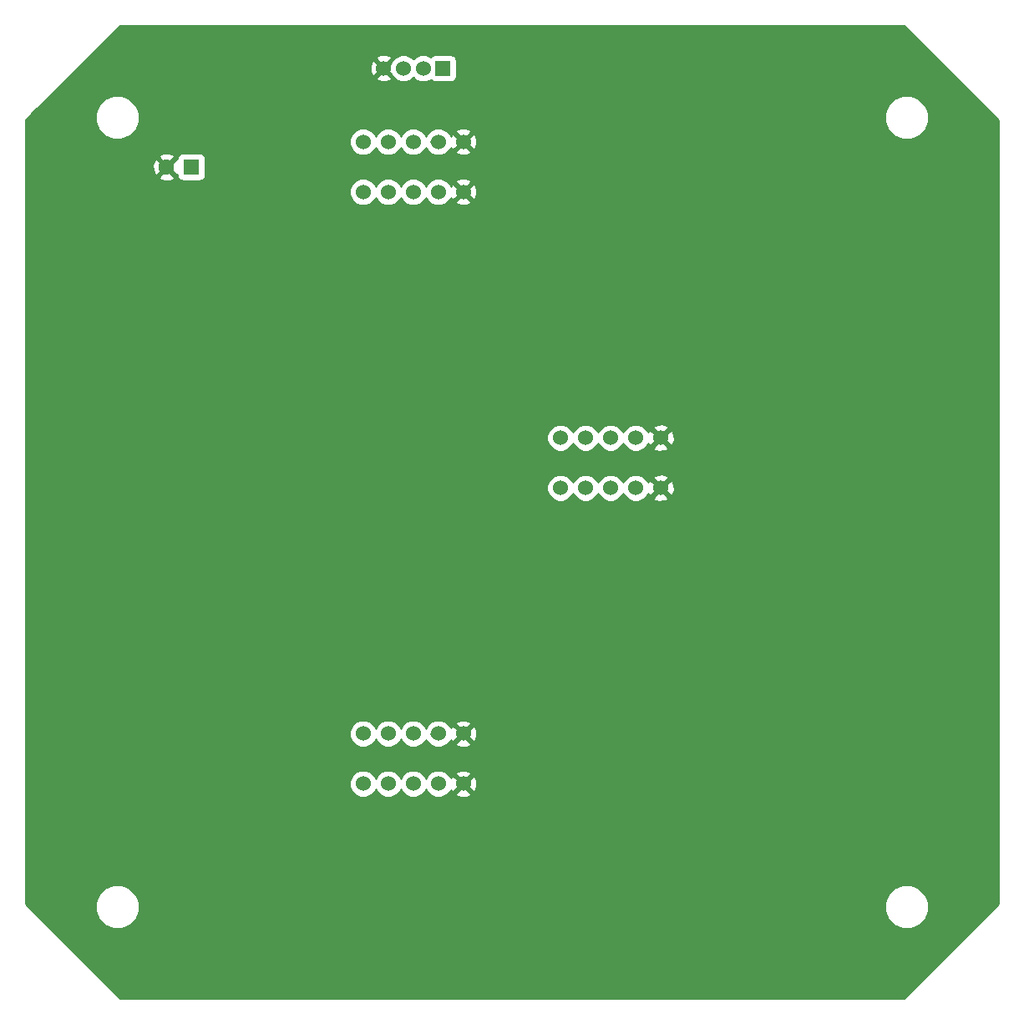
<source format=gbl>
G04 #@! TF.GenerationSoftware,KiCad,Pcbnew,(5.0.2)-1*
G04 #@! TF.CreationDate,2019-11-10T22:05:31+09:00*
G04 #@! TF.ProjectId,Base,42617365-2e6b-4696-9361-645f70636258,rev?*
G04 #@! TF.SameCoordinates,Original*
G04 #@! TF.FileFunction,Copper,L2,Bot*
G04 #@! TF.FilePolarity,Positive*
%FSLAX46Y46*%
G04 Gerber Fmt 4.6, Leading zero omitted, Abs format (unit mm)*
G04 Created by KiCad (PCBNEW (5.0.2)-1) date 2019/11/10 22:05:31*
%MOMM*%
%LPD*%
G01*
G04 APERTURE LIST*
G04 #@! TA.AperFunction,ComponentPad*
%ADD10C,1.524000*%
G04 #@! TD*
G04 #@! TA.AperFunction,ComponentPad*
%ADD11R,1.600000X1.600000*%
G04 #@! TD*
G04 #@! TA.AperFunction,ComponentPad*
%ADD12C,1.600000*%
G04 #@! TD*
G04 #@! TA.AperFunction,ComponentPad*
%ADD13R,1.524000X1.524000*%
G04 #@! TD*
G04 #@! TA.AperFunction,ViaPad*
%ADD14C,0.800000*%
G04 #@! TD*
G04 #@! TA.AperFunction,Conductor*
%ADD15C,0.500000*%
G04 #@! TD*
G04 #@! TA.AperFunction,Conductor*
%ADD16C,0.250000*%
G04 #@! TD*
G04 #@! TA.AperFunction,Conductor*
%ADD17C,0.254000*%
G04 #@! TD*
G04 APERTURE END LIST*
D10*
G04 #@! TO.P,J4,1*
G04 #@! TO.N,+5V*
X114920000Y-127460000D03*
G04 #@! TO.P,J4,2*
G04 #@! TO.N,SDA*
X117460000Y-127460000D03*
G04 #@! TO.P,J4,3*
G04 #@! TO.N,SCL*
X120000000Y-127460000D03*
G04 #@! TO.P,J4,4*
G04 #@! TO.N,Net-(J4-Pad4)*
X122540000Y-127460000D03*
G04 #@! TO.P,J4,5*
G04 #@! TO.N,GND*
X125080000Y-127460000D03*
G04 #@! TO.P,J4,1*
G04 #@! TO.N,+5V*
X114920000Y-132540000D03*
G04 #@! TO.P,J4,2*
G04 #@! TO.N,SDA*
X117460000Y-132540000D03*
G04 #@! TO.P,J4,3*
G04 #@! TO.N,SCL*
X120000000Y-132540000D03*
G04 #@! TO.P,J4,4*
G04 #@! TO.N,Net-(J4-Pad4)*
X122540000Y-132540000D03*
G04 #@! TO.P,J4,5*
G04 #@! TO.N,GND*
X125080000Y-132540000D03*
G04 #@! TD*
D11*
G04 #@! TO.P,C1,1*
G04 #@! TO.N,+5V*
X97500000Y-70000000D03*
D12*
G04 #@! TO.P,C1,2*
G04 #@! TO.N,GND*
X95000000Y-70000000D03*
G04 #@! TD*
D13*
G04 #@! TO.P,J1,1*
G04 #@! TO.N,SCL*
X123000000Y-60000000D03*
D10*
G04 #@! TO.P,J1,2*
G04 #@! TO.N,SDA*
X121000000Y-60000000D03*
G04 #@! TO.P,J1,3*
G04 #@! TO.N,+5V*
X119000000Y-60000000D03*
G04 #@! TO.P,J1,4*
G04 #@! TO.N,GND*
X117000000Y-60000000D03*
G04 #@! TD*
G04 #@! TO.P,J3,5*
G04 #@! TO.N,GND*
X145080000Y-102540000D03*
G04 #@! TO.P,J3,4*
G04 #@! TO.N,Net-(J3-Pad4)*
X142540000Y-102540000D03*
G04 #@! TO.P,J3,3*
G04 #@! TO.N,SCL*
X140000000Y-102540000D03*
G04 #@! TO.P,J3,2*
G04 #@! TO.N,SDA*
X137460000Y-102540000D03*
G04 #@! TO.P,J3,1*
G04 #@! TO.N,+5V*
X134920000Y-102540000D03*
G04 #@! TO.P,J3,5*
G04 #@! TO.N,GND*
X145080000Y-97460000D03*
G04 #@! TO.P,J3,4*
G04 #@! TO.N,Net-(J3-Pad4)*
X142540000Y-97460000D03*
G04 #@! TO.P,J3,3*
G04 #@! TO.N,SCL*
X140000000Y-97460000D03*
G04 #@! TO.P,J3,2*
G04 #@! TO.N,SDA*
X137460000Y-97460000D03*
G04 #@! TO.P,J3,1*
G04 #@! TO.N,+5V*
X134920000Y-97460000D03*
G04 #@! TD*
G04 #@! TO.P,J2,1*
G04 #@! TO.N,+5V*
X114920000Y-67460000D03*
G04 #@! TO.P,J2,2*
G04 #@! TO.N,SDA*
X117460000Y-67460000D03*
G04 #@! TO.P,J2,3*
G04 #@! TO.N,SCL*
X120000000Y-67460000D03*
G04 #@! TO.P,J2,4*
G04 #@! TO.N,Net-(J2-Pad4)*
X122540000Y-67460000D03*
G04 #@! TO.P,J2,5*
G04 #@! TO.N,GND*
X125080000Y-67460000D03*
G04 #@! TO.P,J2,1*
G04 #@! TO.N,+5V*
X114920000Y-72540000D03*
G04 #@! TO.P,J2,2*
G04 #@! TO.N,SDA*
X117460000Y-72540000D03*
G04 #@! TO.P,J2,3*
G04 #@! TO.N,SCL*
X120000000Y-72540000D03*
G04 #@! TO.P,J2,4*
G04 #@! TO.N,Net-(J2-Pad4)*
X122540000Y-72540000D03*
G04 #@! TO.P,J2,5*
G04 #@! TO.N,GND*
X125080000Y-72540000D03*
G04 #@! TD*
D14*
G04 #@! TO.N,GND*
X130000000Y-145000000D03*
X110000000Y-145000000D03*
X150000000Y-145000000D03*
X170000000Y-125000000D03*
X150000000Y-125000000D03*
X110000000Y-125000000D03*
X90000000Y-125000000D03*
X90000000Y-105000000D03*
X110000000Y-105000000D03*
X110000000Y-85000000D03*
X90000000Y-85000000D03*
X130000000Y-125000000D03*
X150000000Y-105000000D03*
X130000000Y-105000000D03*
X170000000Y-105000000D03*
X170000000Y-85000000D03*
X150000000Y-85000000D03*
X130000000Y-65000000D03*
X150000000Y-65000000D03*
X110000000Y-65000000D03*
G04 #@! TD*
D15*
G04 #@! TO.N,SDA*
X117500000Y-127750000D02*
X117957000Y-127500000D01*
X117957000Y-127500000D02*
X117957000Y-127500000D01*
X117957000Y-127503000D02*
X117500000Y-127750000D01*
D16*
X117957000Y-127457000D02*
X117957000Y-127500000D01*
D15*
X118000000Y-127500000D02*
X117957000Y-127457000D01*
G04 #@! TO.N,Net-(J2-Pad4)*
X122000000Y-67500000D02*
X122500000Y-67750000D01*
X122500000Y-67750000D02*
X122000000Y-67501000D01*
X122250000Y-67750000D02*
X122500000Y-67750000D01*
G04 #@! TO.N,Net-(J4-Pad4)*
X121957000Y-127500000D02*
X122500000Y-127750000D01*
D16*
X121957000Y-127500000D02*
X121978500Y-127478500D01*
D15*
X122500000Y-127750000D02*
X121957000Y-127503000D01*
X121978500Y-127478500D02*
X122000000Y-127500000D01*
G04 #@! TD*
D17*
G04 #@! TO.N,GND*
G36*
X179290001Y-65294093D02*
X179290000Y-144705908D01*
X169705910Y-154290000D01*
X90294092Y-154290000D01*
X80710000Y-144705910D01*
X80710000Y-144555431D01*
X87765000Y-144555431D01*
X87765000Y-145444569D01*
X88105259Y-146266026D01*
X88733974Y-146894741D01*
X89555431Y-147235000D01*
X90444569Y-147235000D01*
X91266026Y-146894741D01*
X91894741Y-146266026D01*
X92235000Y-145444569D01*
X92235000Y-144555431D01*
X167765000Y-144555431D01*
X167765000Y-145444569D01*
X168105259Y-146266026D01*
X168733974Y-146894741D01*
X169555431Y-147235000D01*
X170444569Y-147235000D01*
X171266026Y-146894741D01*
X171894741Y-146266026D01*
X172235000Y-145444569D01*
X172235000Y-144555431D01*
X171894741Y-143733974D01*
X171266026Y-143105259D01*
X170444569Y-142765000D01*
X169555431Y-142765000D01*
X168733974Y-143105259D01*
X168105259Y-143733974D01*
X167765000Y-144555431D01*
X92235000Y-144555431D01*
X91894741Y-143733974D01*
X91266026Y-143105259D01*
X90444569Y-142765000D01*
X89555431Y-142765000D01*
X88733974Y-143105259D01*
X88105259Y-143733974D01*
X87765000Y-144555431D01*
X80710000Y-144555431D01*
X80710000Y-132262119D01*
X113523000Y-132262119D01*
X113523000Y-132817881D01*
X113735680Y-133331337D01*
X114128663Y-133724320D01*
X114642119Y-133937000D01*
X115197881Y-133937000D01*
X115711337Y-133724320D01*
X116104320Y-133331337D01*
X116190000Y-133124487D01*
X116275680Y-133331337D01*
X116668663Y-133724320D01*
X117182119Y-133937000D01*
X117737881Y-133937000D01*
X118251337Y-133724320D01*
X118644320Y-133331337D01*
X118730000Y-133124487D01*
X118815680Y-133331337D01*
X119208663Y-133724320D01*
X119722119Y-133937000D01*
X120277881Y-133937000D01*
X120791337Y-133724320D01*
X121184320Y-133331337D01*
X121270000Y-133124487D01*
X121355680Y-133331337D01*
X121748663Y-133724320D01*
X122262119Y-133937000D01*
X122817881Y-133937000D01*
X123331337Y-133724320D01*
X123535444Y-133520213D01*
X124279392Y-133520213D01*
X124348857Y-133762397D01*
X124872302Y-133949144D01*
X125427368Y-133921362D01*
X125811143Y-133762397D01*
X125880608Y-133520213D01*
X125080000Y-132719605D01*
X124279392Y-133520213D01*
X123535444Y-133520213D01*
X123724320Y-133331337D01*
X123803428Y-133140353D01*
X123857603Y-133271143D01*
X124099787Y-133340608D01*
X124900395Y-132540000D01*
X125259605Y-132540000D01*
X126060213Y-133340608D01*
X126302397Y-133271143D01*
X126489144Y-132747698D01*
X126461362Y-132192632D01*
X126302397Y-131808857D01*
X126060213Y-131739392D01*
X125259605Y-132540000D01*
X124900395Y-132540000D01*
X124099787Y-131739392D01*
X123857603Y-131808857D01*
X123807465Y-131949393D01*
X123724320Y-131748663D01*
X123535444Y-131559787D01*
X124279392Y-131559787D01*
X125080000Y-132360395D01*
X125880608Y-131559787D01*
X125811143Y-131317603D01*
X125287698Y-131130856D01*
X124732632Y-131158638D01*
X124348857Y-131317603D01*
X124279392Y-131559787D01*
X123535444Y-131559787D01*
X123331337Y-131355680D01*
X122817881Y-131143000D01*
X122262119Y-131143000D01*
X121748663Y-131355680D01*
X121355680Y-131748663D01*
X121270000Y-131955513D01*
X121184320Y-131748663D01*
X120791337Y-131355680D01*
X120277881Y-131143000D01*
X119722119Y-131143000D01*
X119208663Y-131355680D01*
X118815680Y-131748663D01*
X118730000Y-131955513D01*
X118644320Y-131748663D01*
X118251337Y-131355680D01*
X117737881Y-131143000D01*
X117182119Y-131143000D01*
X116668663Y-131355680D01*
X116275680Y-131748663D01*
X116190000Y-131955513D01*
X116104320Y-131748663D01*
X115711337Y-131355680D01*
X115197881Y-131143000D01*
X114642119Y-131143000D01*
X114128663Y-131355680D01*
X113735680Y-131748663D01*
X113523000Y-132262119D01*
X80710000Y-132262119D01*
X80710000Y-127182119D01*
X113523000Y-127182119D01*
X113523000Y-127737881D01*
X113735680Y-128251337D01*
X114128663Y-128644320D01*
X114642119Y-128857000D01*
X115197881Y-128857000D01*
X115711337Y-128644320D01*
X116104320Y-128251337D01*
X116190000Y-128044487D01*
X116275680Y-128251337D01*
X116668663Y-128644320D01*
X117182119Y-128857000D01*
X117737881Y-128857000D01*
X118251337Y-128644320D01*
X118644320Y-128251337D01*
X118730000Y-128044487D01*
X118815680Y-128251337D01*
X119208663Y-128644320D01*
X119722119Y-128857000D01*
X120277881Y-128857000D01*
X120791337Y-128644320D01*
X121184320Y-128251337D01*
X121262553Y-128062465D01*
X121297503Y-128118855D01*
X121302204Y-128122234D01*
X121355680Y-128251337D01*
X121748663Y-128644320D01*
X122262119Y-128857000D01*
X122817881Y-128857000D01*
X123331337Y-128644320D01*
X123535444Y-128440213D01*
X124279392Y-128440213D01*
X124348857Y-128682397D01*
X124872302Y-128869144D01*
X125427368Y-128841362D01*
X125811143Y-128682397D01*
X125880608Y-128440213D01*
X125080000Y-127639605D01*
X124279392Y-128440213D01*
X123535444Y-128440213D01*
X123724320Y-128251337D01*
X123803428Y-128060353D01*
X123857603Y-128191143D01*
X124099787Y-128260608D01*
X124900395Y-127460000D01*
X125259605Y-127460000D01*
X126060213Y-128260608D01*
X126302397Y-128191143D01*
X126489144Y-127667698D01*
X126461362Y-127112632D01*
X126302397Y-126728857D01*
X126060213Y-126659392D01*
X125259605Y-127460000D01*
X124900395Y-127460000D01*
X124099787Y-126659392D01*
X123857603Y-126728857D01*
X123807465Y-126869393D01*
X123724320Y-126668663D01*
X123535444Y-126479787D01*
X124279392Y-126479787D01*
X125080000Y-127280395D01*
X125880608Y-126479787D01*
X125811143Y-126237603D01*
X125287698Y-126050856D01*
X124732632Y-126078638D01*
X124348857Y-126237603D01*
X124279392Y-126479787D01*
X123535444Y-126479787D01*
X123331337Y-126275680D01*
X122817881Y-126063000D01*
X122262119Y-126063000D01*
X121748663Y-126275680D01*
X121355680Y-126668663D01*
X121270000Y-126875513D01*
X121184320Y-126668663D01*
X120791337Y-126275680D01*
X120277881Y-126063000D01*
X119722119Y-126063000D01*
X119208663Y-126275680D01*
X118815680Y-126668663D01*
X118730000Y-126875513D01*
X118644320Y-126668663D01*
X118251337Y-126275680D01*
X117737881Y-126063000D01*
X117182119Y-126063000D01*
X116668663Y-126275680D01*
X116275680Y-126668663D01*
X116190000Y-126875513D01*
X116104320Y-126668663D01*
X115711337Y-126275680D01*
X115197881Y-126063000D01*
X114642119Y-126063000D01*
X114128663Y-126275680D01*
X113735680Y-126668663D01*
X113523000Y-127182119D01*
X80710000Y-127182119D01*
X80710000Y-102262119D01*
X133523000Y-102262119D01*
X133523000Y-102817881D01*
X133735680Y-103331337D01*
X134128663Y-103724320D01*
X134642119Y-103937000D01*
X135197881Y-103937000D01*
X135711337Y-103724320D01*
X136104320Y-103331337D01*
X136190000Y-103124487D01*
X136275680Y-103331337D01*
X136668663Y-103724320D01*
X137182119Y-103937000D01*
X137737881Y-103937000D01*
X138251337Y-103724320D01*
X138644320Y-103331337D01*
X138730000Y-103124487D01*
X138815680Y-103331337D01*
X139208663Y-103724320D01*
X139722119Y-103937000D01*
X140277881Y-103937000D01*
X140791337Y-103724320D01*
X141184320Y-103331337D01*
X141270000Y-103124487D01*
X141355680Y-103331337D01*
X141748663Y-103724320D01*
X142262119Y-103937000D01*
X142817881Y-103937000D01*
X143331337Y-103724320D01*
X143535444Y-103520213D01*
X144279392Y-103520213D01*
X144348857Y-103762397D01*
X144872302Y-103949144D01*
X145427368Y-103921362D01*
X145811143Y-103762397D01*
X145880608Y-103520213D01*
X145080000Y-102719605D01*
X144279392Y-103520213D01*
X143535444Y-103520213D01*
X143724320Y-103331337D01*
X143803428Y-103140353D01*
X143857603Y-103271143D01*
X144099787Y-103340608D01*
X144900395Y-102540000D01*
X145259605Y-102540000D01*
X146060213Y-103340608D01*
X146302397Y-103271143D01*
X146489144Y-102747698D01*
X146461362Y-102192632D01*
X146302397Y-101808857D01*
X146060213Y-101739392D01*
X145259605Y-102540000D01*
X144900395Y-102540000D01*
X144099787Y-101739392D01*
X143857603Y-101808857D01*
X143807465Y-101949393D01*
X143724320Y-101748663D01*
X143535444Y-101559787D01*
X144279392Y-101559787D01*
X145080000Y-102360395D01*
X145880608Y-101559787D01*
X145811143Y-101317603D01*
X145287698Y-101130856D01*
X144732632Y-101158638D01*
X144348857Y-101317603D01*
X144279392Y-101559787D01*
X143535444Y-101559787D01*
X143331337Y-101355680D01*
X142817881Y-101143000D01*
X142262119Y-101143000D01*
X141748663Y-101355680D01*
X141355680Y-101748663D01*
X141270000Y-101955513D01*
X141184320Y-101748663D01*
X140791337Y-101355680D01*
X140277881Y-101143000D01*
X139722119Y-101143000D01*
X139208663Y-101355680D01*
X138815680Y-101748663D01*
X138730000Y-101955513D01*
X138644320Y-101748663D01*
X138251337Y-101355680D01*
X137737881Y-101143000D01*
X137182119Y-101143000D01*
X136668663Y-101355680D01*
X136275680Y-101748663D01*
X136190000Y-101955513D01*
X136104320Y-101748663D01*
X135711337Y-101355680D01*
X135197881Y-101143000D01*
X134642119Y-101143000D01*
X134128663Y-101355680D01*
X133735680Y-101748663D01*
X133523000Y-102262119D01*
X80710000Y-102262119D01*
X80710000Y-97182119D01*
X133523000Y-97182119D01*
X133523000Y-97737881D01*
X133735680Y-98251337D01*
X134128663Y-98644320D01*
X134642119Y-98857000D01*
X135197881Y-98857000D01*
X135711337Y-98644320D01*
X136104320Y-98251337D01*
X136190000Y-98044487D01*
X136275680Y-98251337D01*
X136668663Y-98644320D01*
X137182119Y-98857000D01*
X137737881Y-98857000D01*
X138251337Y-98644320D01*
X138644320Y-98251337D01*
X138730000Y-98044487D01*
X138815680Y-98251337D01*
X139208663Y-98644320D01*
X139722119Y-98857000D01*
X140277881Y-98857000D01*
X140791337Y-98644320D01*
X141184320Y-98251337D01*
X141270000Y-98044487D01*
X141355680Y-98251337D01*
X141748663Y-98644320D01*
X142262119Y-98857000D01*
X142817881Y-98857000D01*
X143331337Y-98644320D01*
X143535444Y-98440213D01*
X144279392Y-98440213D01*
X144348857Y-98682397D01*
X144872302Y-98869144D01*
X145427368Y-98841362D01*
X145811143Y-98682397D01*
X145880608Y-98440213D01*
X145080000Y-97639605D01*
X144279392Y-98440213D01*
X143535444Y-98440213D01*
X143724320Y-98251337D01*
X143803428Y-98060353D01*
X143857603Y-98191143D01*
X144099787Y-98260608D01*
X144900395Y-97460000D01*
X145259605Y-97460000D01*
X146060213Y-98260608D01*
X146302397Y-98191143D01*
X146489144Y-97667698D01*
X146461362Y-97112632D01*
X146302397Y-96728857D01*
X146060213Y-96659392D01*
X145259605Y-97460000D01*
X144900395Y-97460000D01*
X144099787Y-96659392D01*
X143857603Y-96728857D01*
X143807465Y-96869393D01*
X143724320Y-96668663D01*
X143535444Y-96479787D01*
X144279392Y-96479787D01*
X145080000Y-97280395D01*
X145880608Y-96479787D01*
X145811143Y-96237603D01*
X145287698Y-96050856D01*
X144732632Y-96078638D01*
X144348857Y-96237603D01*
X144279392Y-96479787D01*
X143535444Y-96479787D01*
X143331337Y-96275680D01*
X142817881Y-96063000D01*
X142262119Y-96063000D01*
X141748663Y-96275680D01*
X141355680Y-96668663D01*
X141270000Y-96875513D01*
X141184320Y-96668663D01*
X140791337Y-96275680D01*
X140277881Y-96063000D01*
X139722119Y-96063000D01*
X139208663Y-96275680D01*
X138815680Y-96668663D01*
X138730000Y-96875513D01*
X138644320Y-96668663D01*
X138251337Y-96275680D01*
X137737881Y-96063000D01*
X137182119Y-96063000D01*
X136668663Y-96275680D01*
X136275680Y-96668663D01*
X136190000Y-96875513D01*
X136104320Y-96668663D01*
X135711337Y-96275680D01*
X135197881Y-96063000D01*
X134642119Y-96063000D01*
X134128663Y-96275680D01*
X133735680Y-96668663D01*
X133523000Y-97182119D01*
X80710000Y-97182119D01*
X80710000Y-72262119D01*
X113523000Y-72262119D01*
X113523000Y-72817881D01*
X113735680Y-73331337D01*
X114128663Y-73724320D01*
X114642119Y-73937000D01*
X115197881Y-73937000D01*
X115711337Y-73724320D01*
X116104320Y-73331337D01*
X116190000Y-73124487D01*
X116275680Y-73331337D01*
X116668663Y-73724320D01*
X117182119Y-73937000D01*
X117737881Y-73937000D01*
X118251337Y-73724320D01*
X118644320Y-73331337D01*
X118730000Y-73124487D01*
X118815680Y-73331337D01*
X119208663Y-73724320D01*
X119722119Y-73937000D01*
X120277881Y-73937000D01*
X120791337Y-73724320D01*
X121184320Y-73331337D01*
X121270000Y-73124487D01*
X121355680Y-73331337D01*
X121748663Y-73724320D01*
X122262119Y-73937000D01*
X122817881Y-73937000D01*
X123331337Y-73724320D01*
X123535444Y-73520213D01*
X124279392Y-73520213D01*
X124348857Y-73762397D01*
X124872302Y-73949144D01*
X125427368Y-73921362D01*
X125811143Y-73762397D01*
X125880608Y-73520213D01*
X125080000Y-72719605D01*
X124279392Y-73520213D01*
X123535444Y-73520213D01*
X123724320Y-73331337D01*
X123803428Y-73140353D01*
X123857603Y-73271143D01*
X124099787Y-73340608D01*
X124900395Y-72540000D01*
X125259605Y-72540000D01*
X126060213Y-73340608D01*
X126302397Y-73271143D01*
X126489144Y-72747698D01*
X126461362Y-72192632D01*
X126302397Y-71808857D01*
X126060213Y-71739392D01*
X125259605Y-72540000D01*
X124900395Y-72540000D01*
X124099787Y-71739392D01*
X123857603Y-71808857D01*
X123807465Y-71949393D01*
X123724320Y-71748663D01*
X123535444Y-71559787D01*
X124279392Y-71559787D01*
X125080000Y-72360395D01*
X125880608Y-71559787D01*
X125811143Y-71317603D01*
X125287698Y-71130856D01*
X124732632Y-71158638D01*
X124348857Y-71317603D01*
X124279392Y-71559787D01*
X123535444Y-71559787D01*
X123331337Y-71355680D01*
X122817881Y-71143000D01*
X122262119Y-71143000D01*
X121748663Y-71355680D01*
X121355680Y-71748663D01*
X121270000Y-71955513D01*
X121184320Y-71748663D01*
X120791337Y-71355680D01*
X120277881Y-71143000D01*
X119722119Y-71143000D01*
X119208663Y-71355680D01*
X118815680Y-71748663D01*
X118730000Y-71955513D01*
X118644320Y-71748663D01*
X118251337Y-71355680D01*
X117737881Y-71143000D01*
X117182119Y-71143000D01*
X116668663Y-71355680D01*
X116275680Y-71748663D01*
X116190000Y-71955513D01*
X116104320Y-71748663D01*
X115711337Y-71355680D01*
X115197881Y-71143000D01*
X114642119Y-71143000D01*
X114128663Y-71355680D01*
X113735680Y-71748663D01*
X113523000Y-72262119D01*
X80710000Y-72262119D01*
X80710000Y-71007745D01*
X94171861Y-71007745D01*
X94245995Y-71253864D01*
X94783223Y-71446965D01*
X95353454Y-71419778D01*
X95754005Y-71253864D01*
X95828139Y-71007745D01*
X95000000Y-70179605D01*
X94171861Y-71007745D01*
X80710000Y-71007745D01*
X80710000Y-69783223D01*
X93553035Y-69783223D01*
X93580222Y-70353454D01*
X93746136Y-70754005D01*
X93992255Y-70828139D01*
X94820395Y-70000000D01*
X95179605Y-70000000D01*
X96007745Y-70828139D01*
X96055307Y-70813813D01*
X96101843Y-71047765D01*
X96242191Y-71257809D01*
X96452235Y-71398157D01*
X96700000Y-71447440D01*
X98300000Y-71447440D01*
X98547765Y-71398157D01*
X98757809Y-71257809D01*
X98898157Y-71047765D01*
X98947440Y-70800000D01*
X98947440Y-69200000D01*
X98898157Y-68952235D01*
X98757809Y-68742191D01*
X98547765Y-68601843D01*
X98300000Y-68552560D01*
X96700000Y-68552560D01*
X96452235Y-68601843D01*
X96242191Y-68742191D01*
X96101843Y-68952235D01*
X96055307Y-69186187D01*
X96007745Y-69171861D01*
X95179605Y-70000000D01*
X94820395Y-70000000D01*
X93992255Y-69171861D01*
X93746136Y-69245995D01*
X93553035Y-69783223D01*
X80710000Y-69783223D01*
X80710000Y-68992255D01*
X94171861Y-68992255D01*
X95000000Y-69820395D01*
X95828139Y-68992255D01*
X95754005Y-68746136D01*
X95216777Y-68553035D01*
X94646546Y-68580222D01*
X94245995Y-68746136D01*
X94171861Y-68992255D01*
X80710000Y-68992255D01*
X80710000Y-65294090D01*
X81448659Y-64555431D01*
X87765000Y-64555431D01*
X87765000Y-65444569D01*
X88105259Y-66266026D01*
X88733974Y-66894741D01*
X89555431Y-67235000D01*
X90444569Y-67235000D01*
X90572234Y-67182119D01*
X113523000Y-67182119D01*
X113523000Y-67737881D01*
X113735680Y-68251337D01*
X114128663Y-68644320D01*
X114642119Y-68857000D01*
X115197881Y-68857000D01*
X115711337Y-68644320D01*
X116104320Y-68251337D01*
X116190000Y-68044487D01*
X116275680Y-68251337D01*
X116668663Y-68644320D01*
X117182119Y-68857000D01*
X117737881Y-68857000D01*
X118251337Y-68644320D01*
X118644320Y-68251337D01*
X118730000Y-68044487D01*
X118815680Y-68251337D01*
X119208663Y-68644320D01*
X119722119Y-68857000D01*
X120277881Y-68857000D01*
X120791337Y-68644320D01*
X121184320Y-68251337D01*
X121270000Y-68044487D01*
X121355680Y-68251337D01*
X121748663Y-68644320D01*
X122262119Y-68857000D01*
X122817881Y-68857000D01*
X123331337Y-68644320D01*
X123535444Y-68440213D01*
X124279392Y-68440213D01*
X124348857Y-68682397D01*
X124872302Y-68869144D01*
X125427368Y-68841362D01*
X125811143Y-68682397D01*
X125880608Y-68440213D01*
X125080000Y-67639605D01*
X124279392Y-68440213D01*
X123535444Y-68440213D01*
X123724320Y-68251337D01*
X123803428Y-68060353D01*
X123857603Y-68191143D01*
X124099787Y-68260608D01*
X124900395Y-67460000D01*
X125259605Y-67460000D01*
X126060213Y-68260608D01*
X126302397Y-68191143D01*
X126489144Y-67667698D01*
X126461362Y-67112632D01*
X126302397Y-66728857D01*
X126060213Y-66659392D01*
X125259605Y-67460000D01*
X124900395Y-67460000D01*
X124099787Y-66659392D01*
X123857603Y-66728857D01*
X123807465Y-66869393D01*
X123724320Y-66668663D01*
X123535444Y-66479787D01*
X124279392Y-66479787D01*
X125080000Y-67280395D01*
X125880608Y-66479787D01*
X125811143Y-66237603D01*
X125287698Y-66050856D01*
X124732632Y-66078638D01*
X124348857Y-66237603D01*
X124279392Y-66479787D01*
X123535444Y-66479787D01*
X123331337Y-66275680D01*
X122817881Y-66063000D01*
X122262119Y-66063000D01*
X121748663Y-66275680D01*
X121355680Y-66668663D01*
X121270000Y-66875513D01*
X121184320Y-66668663D01*
X120791337Y-66275680D01*
X120277881Y-66063000D01*
X119722119Y-66063000D01*
X119208663Y-66275680D01*
X118815680Y-66668663D01*
X118730000Y-66875513D01*
X118644320Y-66668663D01*
X118251337Y-66275680D01*
X117737881Y-66063000D01*
X117182119Y-66063000D01*
X116668663Y-66275680D01*
X116275680Y-66668663D01*
X116190000Y-66875513D01*
X116104320Y-66668663D01*
X115711337Y-66275680D01*
X115197881Y-66063000D01*
X114642119Y-66063000D01*
X114128663Y-66275680D01*
X113735680Y-66668663D01*
X113523000Y-67182119D01*
X90572234Y-67182119D01*
X91266026Y-66894741D01*
X91894741Y-66266026D01*
X92235000Y-65444569D01*
X92235000Y-64555431D01*
X167765000Y-64555431D01*
X167765000Y-65444569D01*
X168105259Y-66266026D01*
X168733974Y-66894741D01*
X169555431Y-67235000D01*
X170444569Y-67235000D01*
X171266026Y-66894741D01*
X171894741Y-66266026D01*
X172235000Y-65444569D01*
X172235000Y-64555431D01*
X171894741Y-63733974D01*
X171266026Y-63105259D01*
X170444569Y-62765000D01*
X169555431Y-62765000D01*
X168733974Y-63105259D01*
X168105259Y-63733974D01*
X167765000Y-64555431D01*
X92235000Y-64555431D01*
X91894741Y-63733974D01*
X91266026Y-63105259D01*
X90444569Y-62765000D01*
X89555431Y-62765000D01*
X88733974Y-63105259D01*
X88105259Y-63733974D01*
X87765000Y-64555431D01*
X81448659Y-64555431D01*
X85023877Y-60980213D01*
X116199392Y-60980213D01*
X116268857Y-61222397D01*
X116792302Y-61409144D01*
X117347368Y-61381362D01*
X117731143Y-61222397D01*
X117800608Y-60980213D01*
X117000000Y-60179605D01*
X116199392Y-60980213D01*
X85023877Y-60980213D01*
X86211789Y-59792302D01*
X115590856Y-59792302D01*
X115618638Y-60347368D01*
X115777603Y-60731143D01*
X116019787Y-60800608D01*
X116820395Y-60000000D01*
X117179605Y-60000000D01*
X117705894Y-60526289D01*
X117815680Y-60791337D01*
X118208663Y-61184320D01*
X118722119Y-61397000D01*
X119277881Y-61397000D01*
X119791337Y-61184320D01*
X120000000Y-60975657D01*
X120208663Y-61184320D01*
X120722119Y-61397000D01*
X121277881Y-61397000D01*
X121764034Y-61195629D01*
X121780191Y-61219809D01*
X121990235Y-61360157D01*
X122238000Y-61409440D01*
X123762000Y-61409440D01*
X124009765Y-61360157D01*
X124219809Y-61219809D01*
X124360157Y-61009765D01*
X124409440Y-60762000D01*
X124409440Y-59238000D01*
X124360157Y-58990235D01*
X124219809Y-58780191D01*
X124009765Y-58639843D01*
X123762000Y-58590560D01*
X122238000Y-58590560D01*
X121990235Y-58639843D01*
X121780191Y-58780191D01*
X121764034Y-58804371D01*
X121277881Y-58603000D01*
X120722119Y-58603000D01*
X120208663Y-58815680D01*
X120000000Y-59024343D01*
X119791337Y-58815680D01*
X119277881Y-58603000D01*
X118722119Y-58603000D01*
X118208663Y-58815680D01*
X117815680Y-59208663D01*
X117705894Y-59473711D01*
X117179605Y-60000000D01*
X116820395Y-60000000D01*
X116019787Y-59199392D01*
X115777603Y-59268857D01*
X115590856Y-59792302D01*
X86211789Y-59792302D01*
X86984304Y-59019787D01*
X116199392Y-59019787D01*
X117000000Y-59820395D01*
X117800608Y-59019787D01*
X117731143Y-58777603D01*
X117207698Y-58590856D01*
X116652632Y-58618638D01*
X116268857Y-58777603D01*
X116199392Y-59019787D01*
X86984304Y-59019787D01*
X90294092Y-55710000D01*
X169705910Y-55710000D01*
X179290001Y-65294093D01*
X179290001Y-65294093D01*
G37*
X179290001Y-65294093D02*
X179290000Y-144705908D01*
X169705910Y-154290000D01*
X90294092Y-154290000D01*
X80710000Y-144705910D01*
X80710000Y-144555431D01*
X87765000Y-144555431D01*
X87765000Y-145444569D01*
X88105259Y-146266026D01*
X88733974Y-146894741D01*
X89555431Y-147235000D01*
X90444569Y-147235000D01*
X91266026Y-146894741D01*
X91894741Y-146266026D01*
X92235000Y-145444569D01*
X92235000Y-144555431D01*
X167765000Y-144555431D01*
X167765000Y-145444569D01*
X168105259Y-146266026D01*
X168733974Y-146894741D01*
X169555431Y-147235000D01*
X170444569Y-147235000D01*
X171266026Y-146894741D01*
X171894741Y-146266026D01*
X172235000Y-145444569D01*
X172235000Y-144555431D01*
X171894741Y-143733974D01*
X171266026Y-143105259D01*
X170444569Y-142765000D01*
X169555431Y-142765000D01*
X168733974Y-143105259D01*
X168105259Y-143733974D01*
X167765000Y-144555431D01*
X92235000Y-144555431D01*
X91894741Y-143733974D01*
X91266026Y-143105259D01*
X90444569Y-142765000D01*
X89555431Y-142765000D01*
X88733974Y-143105259D01*
X88105259Y-143733974D01*
X87765000Y-144555431D01*
X80710000Y-144555431D01*
X80710000Y-132262119D01*
X113523000Y-132262119D01*
X113523000Y-132817881D01*
X113735680Y-133331337D01*
X114128663Y-133724320D01*
X114642119Y-133937000D01*
X115197881Y-133937000D01*
X115711337Y-133724320D01*
X116104320Y-133331337D01*
X116190000Y-133124487D01*
X116275680Y-133331337D01*
X116668663Y-133724320D01*
X117182119Y-133937000D01*
X117737881Y-133937000D01*
X118251337Y-133724320D01*
X118644320Y-133331337D01*
X118730000Y-133124487D01*
X118815680Y-133331337D01*
X119208663Y-133724320D01*
X119722119Y-133937000D01*
X120277881Y-133937000D01*
X120791337Y-133724320D01*
X121184320Y-133331337D01*
X121270000Y-133124487D01*
X121355680Y-133331337D01*
X121748663Y-133724320D01*
X122262119Y-133937000D01*
X122817881Y-133937000D01*
X123331337Y-133724320D01*
X123535444Y-133520213D01*
X124279392Y-133520213D01*
X124348857Y-133762397D01*
X124872302Y-133949144D01*
X125427368Y-133921362D01*
X125811143Y-133762397D01*
X125880608Y-133520213D01*
X125080000Y-132719605D01*
X124279392Y-133520213D01*
X123535444Y-133520213D01*
X123724320Y-133331337D01*
X123803428Y-133140353D01*
X123857603Y-133271143D01*
X124099787Y-133340608D01*
X124900395Y-132540000D01*
X125259605Y-132540000D01*
X126060213Y-133340608D01*
X126302397Y-133271143D01*
X126489144Y-132747698D01*
X126461362Y-132192632D01*
X126302397Y-131808857D01*
X126060213Y-131739392D01*
X125259605Y-132540000D01*
X124900395Y-132540000D01*
X124099787Y-131739392D01*
X123857603Y-131808857D01*
X123807465Y-131949393D01*
X123724320Y-131748663D01*
X123535444Y-131559787D01*
X124279392Y-131559787D01*
X125080000Y-132360395D01*
X125880608Y-131559787D01*
X125811143Y-131317603D01*
X125287698Y-131130856D01*
X124732632Y-131158638D01*
X124348857Y-131317603D01*
X124279392Y-131559787D01*
X123535444Y-131559787D01*
X123331337Y-131355680D01*
X122817881Y-131143000D01*
X122262119Y-131143000D01*
X121748663Y-131355680D01*
X121355680Y-131748663D01*
X121270000Y-131955513D01*
X121184320Y-131748663D01*
X120791337Y-131355680D01*
X120277881Y-131143000D01*
X119722119Y-131143000D01*
X119208663Y-131355680D01*
X118815680Y-131748663D01*
X118730000Y-131955513D01*
X118644320Y-131748663D01*
X118251337Y-131355680D01*
X117737881Y-131143000D01*
X117182119Y-131143000D01*
X116668663Y-131355680D01*
X116275680Y-131748663D01*
X116190000Y-131955513D01*
X116104320Y-131748663D01*
X115711337Y-131355680D01*
X115197881Y-131143000D01*
X114642119Y-131143000D01*
X114128663Y-131355680D01*
X113735680Y-131748663D01*
X113523000Y-132262119D01*
X80710000Y-132262119D01*
X80710000Y-127182119D01*
X113523000Y-127182119D01*
X113523000Y-127737881D01*
X113735680Y-128251337D01*
X114128663Y-128644320D01*
X114642119Y-128857000D01*
X115197881Y-128857000D01*
X115711337Y-128644320D01*
X116104320Y-128251337D01*
X116190000Y-128044487D01*
X116275680Y-128251337D01*
X116668663Y-128644320D01*
X117182119Y-128857000D01*
X117737881Y-128857000D01*
X118251337Y-128644320D01*
X118644320Y-128251337D01*
X118730000Y-128044487D01*
X118815680Y-128251337D01*
X119208663Y-128644320D01*
X119722119Y-128857000D01*
X120277881Y-128857000D01*
X120791337Y-128644320D01*
X121184320Y-128251337D01*
X121262553Y-128062465D01*
X121297503Y-128118855D01*
X121302204Y-128122234D01*
X121355680Y-128251337D01*
X121748663Y-128644320D01*
X122262119Y-128857000D01*
X122817881Y-128857000D01*
X123331337Y-128644320D01*
X123535444Y-128440213D01*
X124279392Y-128440213D01*
X124348857Y-128682397D01*
X124872302Y-128869144D01*
X125427368Y-128841362D01*
X125811143Y-128682397D01*
X125880608Y-128440213D01*
X125080000Y-127639605D01*
X124279392Y-128440213D01*
X123535444Y-128440213D01*
X123724320Y-128251337D01*
X123803428Y-128060353D01*
X123857603Y-128191143D01*
X124099787Y-128260608D01*
X124900395Y-127460000D01*
X125259605Y-127460000D01*
X126060213Y-128260608D01*
X126302397Y-128191143D01*
X126489144Y-127667698D01*
X126461362Y-127112632D01*
X126302397Y-126728857D01*
X126060213Y-126659392D01*
X125259605Y-127460000D01*
X124900395Y-127460000D01*
X124099787Y-126659392D01*
X123857603Y-126728857D01*
X123807465Y-126869393D01*
X123724320Y-126668663D01*
X123535444Y-126479787D01*
X124279392Y-126479787D01*
X125080000Y-127280395D01*
X125880608Y-126479787D01*
X125811143Y-126237603D01*
X125287698Y-126050856D01*
X124732632Y-126078638D01*
X124348857Y-126237603D01*
X124279392Y-126479787D01*
X123535444Y-126479787D01*
X123331337Y-126275680D01*
X122817881Y-126063000D01*
X122262119Y-126063000D01*
X121748663Y-126275680D01*
X121355680Y-126668663D01*
X121270000Y-126875513D01*
X121184320Y-126668663D01*
X120791337Y-126275680D01*
X120277881Y-126063000D01*
X119722119Y-126063000D01*
X119208663Y-126275680D01*
X118815680Y-126668663D01*
X118730000Y-126875513D01*
X118644320Y-126668663D01*
X118251337Y-126275680D01*
X117737881Y-126063000D01*
X117182119Y-126063000D01*
X116668663Y-126275680D01*
X116275680Y-126668663D01*
X116190000Y-126875513D01*
X116104320Y-126668663D01*
X115711337Y-126275680D01*
X115197881Y-126063000D01*
X114642119Y-126063000D01*
X114128663Y-126275680D01*
X113735680Y-126668663D01*
X113523000Y-127182119D01*
X80710000Y-127182119D01*
X80710000Y-102262119D01*
X133523000Y-102262119D01*
X133523000Y-102817881D01*
X133735680Y-103331337D01*
X134128663Y-103724320D01*
X134642119Y-103937000D01*
X135197881Y-103937000D01*
X135711337Y-103724320D01*
X136104320Y-103331337D01*
X136190000Y-103124487D01*
X136275680Y-103331337D01*
X136668663Y-103724320D01*
X137182119Y-103937000D01*
X137737881Y-103937000D01*
X138251337Y-103724320D01*
X138644320Y-103331337D01*
X138730000Y-103124487D01*
X138815680Y-103331337D01*
X139208663Y-103724320D01*
X139722119Y-103937000D01*
X140277881Y-103937000D01*
X140791337Y-103724320D01*
X141184320Y-103331337D01*
X141270000Y-103124487D01*
X141355680Y-103331337D01*
X141748663Y-103724320D01*
X142262119Y-103937000D01*
X142817881Y-103937000D01*
X143331337Y-103724320D01*
X143535444Y-103520213D01*
X144279392Y-103520213D01*
X144348857Y-103762397D01*
X144872302Y-103949144D01*
X145427368Y-103921362D01*
X145811143Y-103762397D01*
X145880608Y-103520213D01*
X145080000Y-102719605D01*
X144279392Y-103520213D01*
X143535444Y-103520213D01*
X143724320Y-103331337D01*
X143803428Y-103140353D01*
X143857603Y-103271143D01*
X144099787Y-103340608D01*
X144900395Y-102540000D01*
X145259605Y-102540000D01*
X146060213Y-103340608D01*
X146302397Y-103271143D01*
X146489144Y-102747698D01*
X146461362Y-102192632D01*
X146302397Y-101808857D01*
X146060213Y-101739392D01*
X145259605Y-102540000D01*
X144900395Y-102540000D01*
X144099787Y-101739392D01*
X143857603Y-101808857D01*
X143807465Y-101949393D01*
X143724320Y-101748663D01*
X143535444Y-101559787D01*
X144279392Y-101559787D01*
X145080000Y-102360395D01*
X145880608Y-101559787D01*
X145811143Y-101317603D01*
X145287698Y-101130856D01*
X144732632Y-101158638D01*
X144348857Y-101317603D01*
X144279392Y-101559787D01*
X143535444Y-101559787D01*
X143331337Y-101355680D01*
X142817881Y-101143000D01*
X142262119Y-101143000D01*
X141748663Y-101355680D01*
X141355680Y-101748663D01*
X141270000Y-101955513D01*
X141184320Y-101748663D01*
X140791337Y-101355680D01*
X140277881Y-101143000D01*
X139722119Y-101143000D01*
X139208663Y-101355680D01*
X138815680Y-101748663D01*
X138730000Y-101955513D01*
X138644320Y-101748663D01*
X138251337Y-101355680D01*
X137737881Y-101143000D01*
X137182119Y-101143000D01*
X136668663Y-101355680D01*
X136275680Y-101748663D01*
X136190000Y-101955513D01*
X136104320Y-101748663D01*
X135711337Y-101355680D01*
X135197881Y-101143000D01*
X134642119Y-101143000D01*
X134128663Y-101355680D01*
X133735680Y-101748663D01*
X133523000Y-102262119D01*
X80710000Y-102262119D01*
X80710000Y-97182119D01*
X133523000Y-97182119D01*
X133523000Y-97737881D01*
X133735680Y-98251337D01*
X134128663Y-98644320D01*
X134642119Y-98857000D01*
X135197881Y-98857000D01*
X135711337Y-98644320D01*
X136104320Y-98251337D01*
X136190000Y-98044487D01*
X136275680Y-98251337D01*
X136668663Y-98644320D01*
X137182119Y-98857000D01*
X137737881Y-98857000D01*
X138251337Y-98644320D01*
X138644320Y-98251337D01*
X138730000Y-98044487D01*
X138815680Y-98251337D01*
X139208663Y-98644320D01*
X139722119Y-98857000D01*
X140277881Y-98857000D01*
X140791337Y-98644320D01*
X141184320Y-98251337D01*
X141270000Y-98044487D01*
X141355680Y-98251337D01*
X141748663Y-98644320D01*
X142262119Y-98857000D01*
X142817881Y-98857000D01*
X143331337Y-98644320D01*
X143535444Y-98440213D01*
X144279392Y-98440213D01*
X144348857Y-98682397D01*
X144872302Y-98869144D01*
X145427368Y-98841362D01*
X145811143Y-98682397D01*
X145880608Y-98440213D01*
X145080000Y-97639605D01*
X144279392Y-98440213D01*
X143535444Y-98440213D01*
X143724320Y-98251337D01*
X143803428Y-98060353D01*
X143857603Y-98191143D01*
X144099787Y-98260608D01*
X144900395Y-97460000D01*
X145259605Y-97460000D01*
X146060213Y-98260608D01*
X146302397Y-98191143D01*
X146489144Y-97667698D01*
X146461362Y-97112632D01*
X146302397Y-96728857D01*
X146060213Y-96659392D01*
X145259605Y-97460000D01*
X144900395Y-97460000D01*
X144099787Y-96659392D01*
X143857603Y-96728857D01*
X143807465Y-96869393D01*
X143724320Y-96668663D01*
X143535444Y-96479787D01*
X144279392Y-96479787D01*
X145080000Y-97280395D01*
X145880608Y-96479787D01*
X145811143Y-96237603D01*
X145287698Y-96050856D01*
X144732632Y-96078638D01*
X144348857Y-96237603D01*
X144279392Y-96479787D01*
X143535444Y-96479787D01*
X143331337Y-96275680D01*
X142817881Y-96063000D01*
X142262119Y-96063000D01*
X141748663Y-96275680D01*
X141355680Y-96668663D01*
X141270000Y-96875513D01*
X141184320Y-96668663D01*
X140791337Y-96275680D01*
X140277881Y-96063000D01*
X139722119Y-96063000D01*
X139208663Y-96275680D01*
X138815680Y-96668663D01*
X138730000Y-96875513D01*
X138644320Y-96668663D01*
X138251337Y-96275680D01*
X137737881Y-96063000D01*
X137182119Y-96063000D01*
X136668663Y-96275680D01*
X136275680Y-96668663D01*
X136190000Y-96875513D01*
X136104320Y-96668663D01*
X135711337Y-96275680D01*
X135197881Y-96063000D01*
X134642119Y-96063000D01*
X134128663Y-96275680D01*
X133735680Y-96668663D01*
X133523000Y-97182119D01*
X80710000Y-97182119D01*
X80710000Y-72262119D01*
X113523000Y-72262119D01*
X113523000Y-72817881D01*
X113735680Y-73331337D01*
X114128663Y-73724320D01*
X114642119Y-73937000D01*
X115197881Y-73937000D01*
X115711337Y-73724320D01*
X116104320Y-73331337D01*
X116190000Y-73124487D01*
X116275680Y-73331337D01*
X116668663Y-73724320D01*
X117182119Y-73937000D01*
X117737881Y-73937000D01*
X118251337Y-73724320D01*
X118644320Y-73331337D01*
X118730000Y-73124487D01*
X118815680Y-73331337D01*
X119208663Y-73724320D01*
X119722119Y-73937000D01*
X120277881Y-73937000D01*
X120791337Y-73724320D01*
X121184320Y-73331337D01*
X121270000Y-73124487D01*
X121355680Y-73331337D01*
X121748663Y-73724320D01*
X122262119Y-73937000D01*
X122817881Y-73937000D01*
X123331337Y-73724320D01*
X123535444Y-73520213D01*
X124279392Y-73520213D01*
X124348857Y-73762397D01*
X124872302Y-73949144D01*
X125427368Y-73921362D01*
X125811143Y-73762397D01*
X125880608Y-73520213D01*
X125080000Y-72719605D01*
X124279392Y-73520213D01*
X123535444Y-73520213D01*
X123724320Y-73331337D01*
X123803428Y-73140353D01*
X123857603Y-73271143D01*
X124099787Y-73340608D01*
X124900395Y-72540000D01*
X125259605Y-72540000D01*
X126060213Y-73340608D01*
X126302397Y-73271143D01*
X126489144Y-72747698D01*
X126461362Y-72192632D01*
X126302397Y-71808857D01*
X126060213Y-71739392D01*
X125259605Y-72540000D01*
X124900395Y-72540000D01*
X124099787Y-71739392D01*
X123857603Y-71808857D01*
X123807465Y-71949393D01*
X123724320Y-71748663D01*
X123535444Y-71559787D01*
X124279392Y-71559787D01*
X125080000Y-72360395D01*
X125880608Y-71559787D01*
X125811143Y-71317603D01*
X125287698Y-71130856D01*
X124732632Y-71158638D01*
X124348857Y-71317603D01*
X124279392Y-71559787D01*
X123535444Y-71559787D01*
X123331337Y-71355680D01*
X122817881Y-71143000D01*
X122262119Y-71143000D01*
X121748663Y-71355680D01*
X121355680Y-71748663D01*
X121270000Y-71955513D01*
X121184320Y-71748663D01*
X120791337Y-71355680D01*
X120277881Y-71143000D01*
X119722119Y-71143000D01*
X119208663Y-71355680D01*
X118815680Y-71748663D01*
X118730000Y-71955513D01*
X118644320Y-71748663D01*
X118251337Y-71355680D01*
X117737881Y-71143000D01*
X117182119Y-71143000D01*
X116668663Y-71355680D01*
X116275680Y-71748663D01*
X116190000Y-71955513D01*
X116104320Y-71748663D01*
X115711337Y-71355680D01*
X115197881Y-71143000D01*
X114642119Y-71143000D01*
X114128663Y-71355680D01*
X113735680Y-71748663D01*
X113523000Y-72262119D01*
X80710000Y-72262119D01*
X80710000Y-71007745D01*
X94171861Y-71007745D01*
X94245995Y-71253864D01*
X94783223Y-71446965D01*
X95353454Y-71419778D01*
X95754005Y-71253864D01*
X95828139Y-71007745D01*
X95000000Y-70179605D01*
X94171861Y-71007745D01*
X80710000Y-71007745D01*
X80710000Y-69783223D01*
X93553035Y-69783223D01*
X93580222Y-70353454D01*
X93746136Y-70754005D01*
X93992255Y-70828139D01*
X94820395Y-70000000D01*
X95179605Y-70000000D01*
X96007745Y-70828139D01*
X96055307Y-70813813D01*
X96101843Y-71047765D01*
X96242191Y-71257809D01*
X96452235Y-71398157D01*
X96700000Y-71447440D01*
X98300000Y-71447440D01*
X98547765Y-71398157D01*
X98757809Y-71257809D01*
X98898157Y-71047765D01*
X98947440Y-70800000D01*
X98947440Y-69200000D01*
X98898157Y-68952235D01*
X98757809Y-68742191D01*
X98547765Y-68601843D01*
X98300000Y-68552560D01*
X96700000Y-68552560D01*
X96452235Y-68601843D01*
X96242191Y-68742191D01*
X96101843Y-68952235D01*
X96055307Y-69186187D01*
X96007745Y-69171861D01*
X95179605Y-70000000D01*
X94820395Y-70000000D01*
X93992255Y-69171861D01*
X93746136Y-69245995D01*
X93553035Y-69783223D01*
X80710000Y-69783223D01*
X80710000Y-68992255D01*
X94171861Y-68992255D01*
X95000000Y-69820395D01*
X95828139Y-68992255D01*
X95754005Y-68746136D01*
X95216777Y-68553035D01*
X94646546Y-68580222D01*
X94245995Y-68746136D01*
X94171861Y-68992255D01*
X80710000Y-68992255D01*
X80710000Y-65294090D01*
X81448659Y-64555431D01*
X87765000Y-64555431D01*
X87765000Y-65444569D01*
X88105259Y-66266026D01*
X88733974Y-66894741D01*
X89555431Y-67235000D01*
X90444569Y-67235000D01*
X90572234Y-67182119D01*
X113523000Y-67182119D01*
X113523000Y-67737881D01*
X113735680Y-68251337D01*
X114128663Y-68644320D01*
X114642119Y-68857000D01*
X115197881Y-68857000D01*
X115711337Y-68644320D01*
X116104320Y-68251337D01*
X116190000Y-68044487D01*
X116275680Y-68251337D01*
X116668663Y-68644320D01*
X117182119Y-68857000D01*
X117737881Y-68857000D01*
X118251337Y-68644320D01*
X118644320Y-68251337D01*
X118730000Y-68044487D01*
X118815680Y-68251337D01*
X119208663Y-68644320D01*
X119722119Y-68857000D01*
X120277881Y-68857000D01*
X120791337Y-68644320D01*
X121184320Y-68251337D01*
X121270000Y-68044487D01*
X121355680Y-68251337D01*
X121748663Y-68644320D01*
X122262119Y-68857000D01*
X122817881Y-68857000D01*
X123331337Y-68644320D01*
X123535444Y-68440213D01*
X124279392Y-68440213D01*
X124348857Y-68682397D01*
X124872302Y-68869144D01*
X125427368Y-68841362D01*
X125811143Y-68682397D01*
X125880608Y-68440213D01*
X125080000Y-67639605D01*
X124279392Y-68440213D01*
X123535444Y-68440213D01*
X123724320Y-68251337D01*
X123803428Y-68060353D01*
X123857603Y-68191143D01*
X124099787Y-68260608D01*
X124900395Y-67460000D01*
X125259605Y-67460000D01*
X126060213Y-68260608D01*
X126302397Y-68191143D01*
X126489144Y-67667698D01*
X126461362Y-67112632D01*
X126302397Y-66728857D01*
X126060213Y-66659392D01*
X125259605Y-67460000D01*
X124900395Y-67460000D01*
X124099787Y-66659392D01*
X123857603Y-66728857D01*
X123807465Y-66869393D01*
X123724320Y-66668663D01*
X123535444Y-66479787D01*
X124279392Y-66479787D01*
X125080000Y-67280395D01*
X125880608Y-66479787D01*
X125811143Y-66237603D01*
X125287698Y-66050856D01*
X124732632Y-66078638D01*
X124348857Y-66237603D01*
X124279392Y-66479787D01*
X123535444Y-66479787D01*
X123331337Y-66275680D01*
X122817881Y-66063000D01*
X122262119Y-66063000D01*
X121748663Y-66275680D01*
X121355680Y-66668663D01*
X121270000Y-66875513D01*
X121184320Y-66668663D01*
X120791337Y-66275680D01*
X120277881Y-66063000D01*
X119722119Y-66063000D01*
X119208663Y-66275680D01*
X118815680Y-66668663D01*
X118730000Y-66875513D01*
X118644320Y-66668663D01*
X118251337Y-66275680D01*
X117737881Y-66063000D01*
X117182119Y-66063000D01*
X116668663Y-66275680D01*
X116275680Y-66668663D01*
X116190000Y-66875513D01*
X116104320Y-66668663D01*
X115711337Y-66275680D01*
X115197881Y-66063000D01*
X114642119Y-66063000D01*
X114128663Y-66275680D01*
X113735680Y-66668663D01*
X113523000Y-67182119D01*
X90572234Y-67182119D01*
X91266026Y-66894741D01*
X91894741Y-66266026D01*
X92235000Y-65444569D01*
X92235000Y-64555431D01*
X167765000Y-64555431D01*
X167765000Y-65444569D01*
X168105259Y-66266026D01*
X168733974Y-66894741D01*
X169555431Y-67235000D01*
X170444569Y-67235000D01*
X171266026Y-66894741D01*
X171894741Y-66266026D01*
X172235000Y-65444569D01*
X172235000Y-64555431D01*
X171894741Y-63733974D01*
X171266026Y-63105259D01*
X170444569Y-62765000D01*
X169555431Y-62765000D01*
X168733974Y-63105259D01*
X168105259Y-63733974D01*
X167765000Y-64555431D01*
X92235000Y-64555431D01*
X91894741Y-63733974D01*
X91266026Y-63105259D01*
X90444569Y-62765000D01*
X89555431Y-62765000D01*
X88733974Y-63105259D01*
X88105259Y-63733974D01*
X87765000Y-64555431D01*
X81448659Y-64555431D01*
X85023877Y-60980213D01*
X116199392Y-60980213D01*
X116268857Y-61222397D01*
X116792302Y-61409144D01*
X117347368Y-61381362D01*
X117731143Y-61222397D01*
X117800608Y-60980213D01*
X117000000Y-60179605D01*
X116199392Y-60980213D01*
X85023877Y-60980213D01*
X86211789Y-59792302D01*
X115590856Y-59792302D01*
X115618638Y-60347368D01*
X115777603Y-60731143D01*
X116019787Y-60800608D01*
X116820395Y-60000000D01*
X117179605Y-60000000D01*
X117705894Y-60526289D01*
X117815680Y-60791337D01*
X118208663Y-61184320D01*
X118722119Y-61397000D01*
X119277881Y-61397000D01*
X119791337Y-61184320D01*
X120000000Y-60975657D01*
X120208663Y-61184320D01*
X120722119Y-61397000D01*
X121277881Y-61397000D01*
X121764034Y-61195629D01*
X121780191Y-61219809D01*
X121990235Y-61360157D01*
X122238000Y-61409440D01*
X123762000Y-61409440D01*
X124009765Y-61360157D01*
X124219809Y-61219809D01*
X124360157Y-61009765D01*
X124409440Y-60762000D01*
X124409440Y-59238000D01*
X124360157Y-58990235D01*
X124219809Y-58780191D01*
X124009765Y-58639843D01*
X123762000Y-58590560D01*
X122238000Y-58590560D01*
X121990235Y-58639843D01*
X121780191Y-58780191D01*
X121764034Y-58804371D01*
X121277881Y-58603000D01*
X120722119Y-58603000D01*
X120208663Y-58815680D01*
X120000000Y-59024343D01*
X119791337Y-58815680D01*
X119277881Y-58603000D01*
X118722119Y-58603000D01*
X118208663Y-58815680D01*
X117815680Y-59208663D01*
X117705894Y-59473711D01*
X117179605Y-60000000D01*
X116820395Y-60000000D01*
X116019787Y-59199392D01*
X115777603Y-59268857D01*
X115590856Y-59792302D01*
X86211789Y-59792302D01*
X86984304Y-59019787D01*
X116199392Y-59019787D01*
X117000000Y-59820395D01*
X117800608Y-59019787D01*
X117731143Y-58777603D01*
X117207698Y-58590856D01*
X116652632Y-58618638D01*
X116268857Y-58777603D01*
X116199392Y-59019787D01*
X86984304Y-59019787D01*
X90294092Y-55710000D01*
X169705910Y-55710000D01*
X179290001Y-65294093D01*
G04 #@! TD*
M02*

</source>
